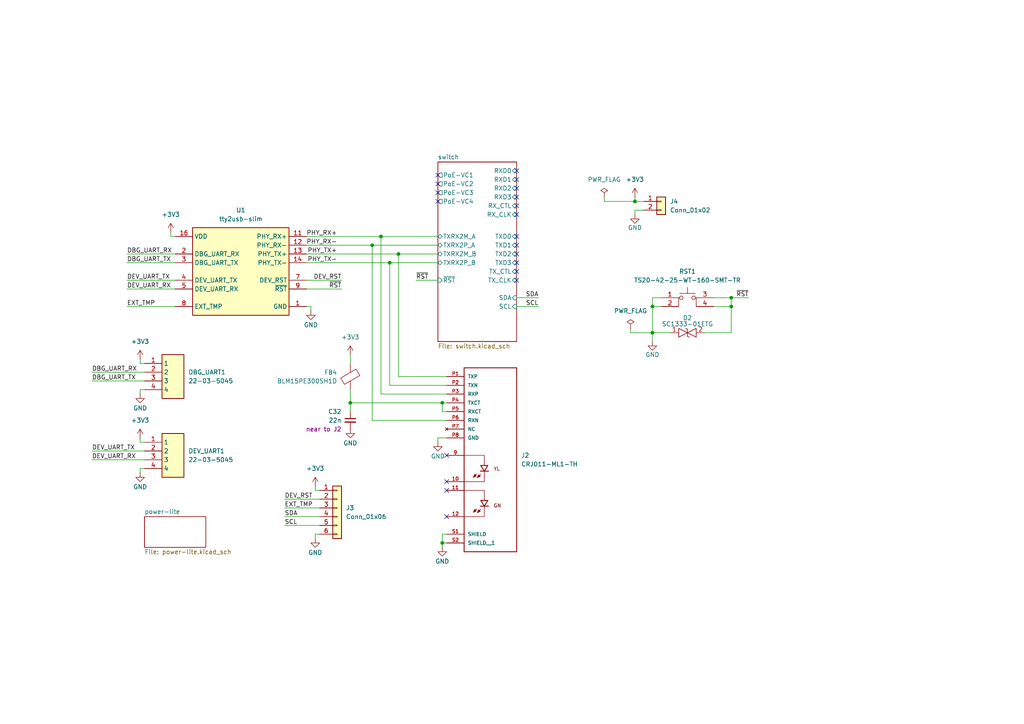
<source format=kicad_sch>
(kicad_sch (version 20231120) (generator "eeschema") (generator_version "8.0")
  (paper "A4")
  (lib_symbols
    (symbol "Connector_Generic:Conn_01x02" (pin_names (offset 1.016) hide)
      (property "Reference" "J" (at 0 2.54 0))
      (property "Value" "Conn_01x02" (at 0 -5.08 0))
      (symbol "Conn_01x02_1_1"
        (rectangle (start -1.27 -2.413) (end 0 -2.667) (stroke (width 0.1524)))
        (rectangle (start -1.27 0.127) (end 0 -0.127) (stroke (width 0.1524)))
        (rectangle (start -1.27 1.27) (end 1.27 -3.81) (stroke (width 0.254)) (fill (type background)))
        (pin passive line (at -5.08 0 0) (length 3.81) (name "Pin_1") (number "1"))
        (pin passive line (at -5.08 -2.54 0) (length 3.81) (name "Pin_2") (number "2"))
      )
    )
    (symbol "Connector_Generic:Conn_01x06" (pin_names (offset 1.016) hide)
      (property "Reference" "J" (at 0 7.62 0))
      (property "Value" "Conn_01x06" (at 0 -10.16 0))
      (symbol "Conn_01x06_1_1"
        (rectangle (start -1.27 -7.493) (end 0 -7.747) (stroke (width 0.1524)))
        (rectangle (start -1.27 -4.953) (end 0 -5.207) (stroke (width 0.1524)))
        (rectangle (start -1.27 -2.413) (end 0 -2.667) (stroke (width 0.1524)))
        (rectangle (start -1.27 0.127) (end 0 -0.127) (stroke (width 0.1524)))
        (rectangle (start -1.27 2.667) (end 0 2.413) (stroke (width 0.1524)))
        (rectangle (start -1.27 5.207) (end 0 4.953) (stroke (width 0.1524)))
        (rectangle (start -1.27 6.35) (end 1.27 -8.89) (stroke (width 0.254)) (fill (type background)))
        (pin passive line (at -5.08 5.08 0) (length 3.81) (name "Pin_1") (number "1"))
        (pin passive line (at -5.08 2.54 0) (length 3.81) (name "Pin_2") (number "2"))
        (pin passive line (at -5.08 0 0) (length 3.81) (name "Pin_3") (number "3"))
        (pin passive line (at -5.08 -2.54 0) (length 3.81) (name "Pin_4") (number "4"))
        (pin passive line (at -5.08 -5.08 0) (length 3.81) (name "Pin_5") (number "5"))
        (pin passive line (at -5.08 -7.62 0) (length 3.81) (name "Pin_6") (number "6"))
      )
    )
    (symbol "Device:C_Small" (pin_numbers hide) (pin_names (offset 0.254) hide)
      (property "Reference" "C" (at 0.254 1.778 0))
      (property "Value" "C_Small" (at 0.254 -2.032 0))
      (symbol "C_Small_0_1"
        (polyline (pts (xy -1.524 -0.508) (xy 1.524 -0.508)) (stroke (width 0.3302)))
        (polyline (pts (xy -1.524 0.508) (xy 1.524 0.508)) (stroke (width 0.3048)))
      )
      (symbol "C_Small_1_1"
        (pin passive line (at 0 2.54 270) (length 2.032) (name "~") (number "1"))
        (pin passive line (at 0 -2.54 90) (length 2.032) (name "~") (number "2"))
      )
    )
    (symbol "Device:FerriteBead" (pin_numbers hide) (pin_names (offset 0))
      (property "Reference" "FB" (at -3.81 0.635 90))
      (property "Value" "FerriteBead" (at 3.81 0 90))
      (symbol "FerriteBead_0_1"
        (polyline (pts (xy 0 -1.27) (xy 0 -1.2192)))
        (polyline (pts (xy 0 1.27) (xy 0 1.2954)))
        (polyline (pts (xy -2.7686 0.4064) (xy -1.7018 2.2606) (xy 2.7686 -0.3048) (xy 1.6764 -2.159) (xy -2.7686 0.4064)))
      )
      (symbol "FerriteBead_1_1"
        (pin passive line (at 0 3.81 270) (length 2.54) (name "~") (number "1"))
        (pin passive line (at 0 -3.81 90) (length 2.54) (name "~") (number "2"))
      )
    )
    (symbol "extras:22-03-5045"
      (property "Reference" "J" (at 5.08 7.62 0))
      (property "Value" "22-03-5045" (at 5.08 5.08 0))
      (symbol "22-03-5045_1_1"
        (rectangle (start 5.08 2.54) (end 11.43 -10.16) (stroke (width 0.254)) (fill (type background)))
        (pin passive line (at 0 0 0) (length 5.08) (name "1") (number "1"))
        (pin passive line (at 0 -2.54 0) (length 5.08) (name "2") (number "2"))
        (pin passive line (at 0 -5.08 0) (length 5.08) (name "3") (number "3"))
        (pin passive line (at 0 -7.62 0) (length 5.08) (name "4") (number "4"))
      )
    )
    (symbol "extras:CRJ011-ML1-TH" (pin_names (offset 1.016))
      (property "Reference" "J" (at 5.08 3.302 0))
      (property "Value" "CRJ011-ML1-TH" (at 5.08 -51.562 0))
      (symbol "CRJ011-ML1-TH_0_0"
        (polyline (pts (xy 5.08 -50.8) (xy 20.32 -50.8)) (stroke (width 0.254)))
        (polyline (pts (xy 5.08 -43.18) (xy 5.08 -50.8)) (stroke (width 0.254)))
        (polyline (pts (xy 5.08 -35.56) (xy 5.08 -43.18)) (stroke (width 0.254)))
        (polyline (pts (xy 5.08 -33.02) (xy 5.08 -35.56)) (stroke (width 0.254)))
        (polyline (pts (xy 5.08 -22.86) (xy 5.08 -33.02)) (stroke (width 0.254)))
        (polyline (pts (xy 5.08 2.54) (xy 5.08 -22.86)) (stroke (width 0.254)))
        (polyline (pts (xy 8.763 -38.354) (xy 7.747 -39.37)) (stroke (width 0.1524)))
        (polyline (pts (xy 8.763 -28.194) (xy 7.747 -29.21)) (stroke (width 0.1524)))
        (polyline (pts (xy 9.779 -37.592) (xy 10.922 -37.592)) (stroke (width 0.254)))
        (polyline (pts (xy 9.779 -27.432) (xy 10.922 -27.432)) (stroke (width 0.254)))
        (polyline (pts (xy 9.906 -38.481) (xy 8.89 -39.497)) (stroke (width 0.1524)))
        (polyline (pts (xy 9.906 -35.941) (xy 10.922 -37.592)) (stroke (width 0.254)))
        (polyline (pts (xy 9.906 -35.941) (xy 11.938 -35.941)) (stroke (width 0.254)))
        (polyline (pts (xy 9.906 -28.321) (xy 8.89 -29.337)) (stroke (width 0.1524)))
        (polyline (pts (xy 9.906 -25.781) (xy 10.922 -27.432)) (stroke (width 0.254)))
        (polyline (pts (xy 9.906 -25.781) (xy 11.938 -25.781)) (stroke (width 0.254)))
        (polyline (pts (xy 10.922 -40.64) (xy 5.08 -40.64)) (stroke (width 0.1524)))
        (polyline (pts (xy 10.922 -37.719) (xy 10.922 -40.64)) (stroke (width 0.1524)))
        (polyline (pts (xy 10.922 -37.592) (xy 11.938 -35.941)) (stroke (width 0.254)))
        (polyline (pts (xy 10.922 -37.592) (xy 12.192 -37.592)) (stroke (width 0.254)))
        (polyline (pts (xy 10.922 -33.02) (xy 5.08 -33.02)) (stroke (width 0.1524)))
        (polyline (pts (xy 10.922 -33.02) (xy 10.922 -35.814)) (stroke (width 0.1524)))
        (polyline (pts (xy 10.922 -30.48) (xy 5.08 -30.48)) (stroke (width 0.1524)))
        (polyline (pts (xy 10.922 -27.559) (xy 10.922 -30.48)) (stroke (width 0.1524)))
        (polyline (pts (xy 10.922 -27.432) (xy 11.938 -25.781)) (stroke (width 0.254)))
        (polyline (pts (xy 10.922 -27.432) (xy 12.192 -27.432)) (stroke (width 0.254)))
        (polyline (pts (xy 10.922 -22.86) (xy 5.08 -22.86)) (stroke (width 0.1524)))
        (polyline (pts (xy 10.922 -22.86) (xy 10.922 -25.654)) (stroke (width 0.1524)))
        (polyline (pts (xy 20.32 -50.8) (xy 20.32 2.54)) (stroke (width 0.254)))
        (polyline (pts (xy 20.32 2.54) (xy 5.08 2.54)) (stroke (width 0.254)))
        (polyline (pts (xy 7.747 -39.37) (xy 8.636 -38.989) (xy 8.128 -38.481) (xy 7.747 -39.37)) (stroke (width 0.1524)) (fill (type outline)))
        (polyline (pts (xy 7.747 -29.21) (xy 8.636 -28.829) (xy 8.128 -28.321) (xy 7.747 -29.21)) (stroke (width 0.1524)) (fill (type outline)))
        (polyline (pts (xy 8.89 -39.497) (xy 9.779 -39.116) (xy 9.271 -38.608) (xy 8.89 -39.497)) (stroke (width 0.1524)) (fill (type outline)))
        (polyline (pts (xy 8.89 -29.337) (xy 9.779 -28.956) (xy 9.271 -28.448) (xy 8.89 -29.337)) (stroke (width 0.1524)) (fill (type outline)))
        (text "GN" (at 13.589 -36.83 0) (effects (font (size 1.016 1.016)) (justify left top)))
        (text "YL" (at 13.589 -26.162 0) (effects (font (size 1.016 1.016)) (justify left top)))
        (pin passive line (at 0 -30.48 0) (length 5.08) (name "~") (number "10"))
        (pin passive line (at 0 -33.02 0) (length 5.08) (name "~") (number "11"))
        (pin passive line (at 0 -40.64 0) (length 5.08) (name "~") (number "12"))
        (pin passive line (at 0 -22.86 0) (length 5.08) (name "~") (number "9"))
        (pin passive line (at 0 -45.72 0) (length 5.08) (name "SHIELD") (number "S1"))
        (pin passive line (at 0 -48.26 0) (length 5.08) (name "SHIELD__1") (number "S2"))
      )
      (symbol "CRJ011-ML1-TH_1_0"
        (pin passive line (at 0 0 0) (length 5.08) (name "TXP") (number "P1"))
        (pin passive line (at 0 -2.54 0) (length 5.08) (name "TXN") (number "P2"))
        (pin passive line (at 0 -5.08 0) (length 5.08) (name "RXP") (number "P3"))
        (pin passive line (at 0 -7.62 0) (length 5.08) (name "TXCT") (number "P4"))
        (pin passive line (at 0 -10.16 0) (length 5.08) (name "RXCT") (number "P5"))
        (pin passive line (at 0 -12.7 0) (length 5.08) (name "RXN") (number "P6"))
        (pin no_connect line (at 0 -15.24 0) (length 5.08) (name "NC") (number "P7"))
        (pin passive line (at 0 -17.78 0) (length 5.08) (name "GND") (number "P8"))
      )
    )
    (symbol "extras:SC1333-01ETG" (pin_names hide)
      (property "Reference" "D" (at 0 5.08 0))
      (property "Value" "SC1333-01ETG" (at 0 2.54 0))
      (symbol "SC1333-01ETG_1_1"
        (polyline (pts (xy -2.54 -1.27) (xy -2.54 1.27)) (stroke (width 0.1778)))
        (polyline (pts (xy -2.54 -1.27) (xy 0 0)) (stroke (width 0.1778)))
        (polyline (pts (xy 0 -1.016) (xy 0 1.016)) (stroke (width 0.1778)))
        (polyline (pts (xy 0 -1.016) (xy 0.508 -1.27)) (stroke (width 0.1778)))
        (polyline (pts (xy 0 0) (xy -2.54 1.27)) (stroke (width 0.1778)))
        (polyline (pts (xy 0 0) (xy 2.54 1.27)) (stroke (width 0.1778)))
        (polyline (pts (xy 0 1.016) (xy -0.508 1.27)) (stroke (width 0.1778)))
        (polyline (pts (xy 2.54 -1.27) (xy 0 0)) (stroke (width 0.1778)))
        (polyline (pts (xy 2.54 -1.27) (xy 2.54 1.27)) (stroke (width 0.1778)))
        (pin passive line (at -5.08 0 0) (length 2.54) (name "1") (number "1"))
        (pin passive line (at 5.08 0 180) (length 2.54) (name "2") (number "2"))
      )
    )
    (symbol "extras:TS20-42-25-WT-160-SMT-TR"
      (property "Reference" "S" (at -7.874 8.89 0))
      (property "Value" "TS20-42-25-WT-160-SMT-TR" (at -7.874 6.604 0))
      (symbol "TS20-42-25-WT-160-SMT-TR_0_1"
        (polyline (pts (xy 5.334 2.54) (xy 9.906 2.54)))
        (polyline (pts (xy 7.62 2.54) (xy 7.62 4.318)))
        (polyline (pts (xy 5.08 -1.27) (xy 5.08 1.27) (xy 5.334 1.27)))
        (polyline (pts (xy 10.16 -1.27) (xy 10.16 1.27) (xy 9.906 1.27)))
        (circle (center 5.842 1.27) (radius 0.508))
        (circle (center 9.398 1.27) (radius 0.508))
      )
      (symbol "TS20-42-25-WT-160-SMT-TR_1_1"
        (pin passive line (at 0 1.27 0) (length 5.08) (name "NO_1") (number "1"))
        (pin passive line (at 0 -1.27 0) (length 5.08) (name "NO_2") (number "2"))
        (pin passive line (at 15.24 1.27 180) (length 5.08) (name "COM_1") (number "3"))
        (pin passive line (at 15.24 -1.27 180) (length 5.08) (name "COM_2") (number "4"))
      )
    )
    (symbol "extras:tty2eth-slim"
      (property "Reference" "U" (at 5.08 3.81 0))
      (property "Value" "tty2usb-slim" (at 33.02 3.81 0))
      (symbol "tty2eth-slim_1_0"
        (pin power_in line (at 38.1 -20.32 180) (length 5.08) hide (name "GND") (number "10"))
        (pin output line (at 38.1 0 180) (length 5.08) (name "PHY_RX+") (number "11"))
        (pin output line (at 38.1 -2.54 180) (length 5.08) (name "PHY_RX-") (number "12"))
        (pin output line (at 38.1 -5.08 180) (length 5.08) (name "PHY_TX+") (number "13"))
        (pin output line (at 38.1 -7.62 180) (length 5.08) (name "PHY_TX-") (number "14"))
        (pin power_in line (at 38.1 -20.32 180) (length 5.08) hide (name "GND") (number "15"))
        (pin power_in line (at 0 0 0) (length 5.08) (name "VDD") (number "16"))
        (pin power_in line (at 0 0 0) (length 5.08) hide (name "VCC") (number "17"))
        (pin input line (at 0 -5.08 0) (length 5.08) (name "DBG_UART_RX") (number "2"))
        (pin output line (at 0 -7.62 0) (length 5.08) (name "DBG_UART_TX") (number "3"))
        (pin output line (at 0 -12.7 0) (length 5.08) (name "DEV_UART_TX") (number "4"))
        (pin input line (at 0 -15.24 0) (length 5.08) (name "DEV_UART_RX") (number "5"))
        (pin power_in line (at 38.1 -20.32 180) (length 5.08) hide (name "GND") (number "6"))
        (pin output line (at 38.1 -12.7 180) (length 5.08) (name "DEV_RST") (number "7"))
        (pin input line (at 0 -20.32 0) (length 5.08) (name "EXT_TMP") (number "8"))
        (pin input line (at 38.1 -15.24 180) (length 5.08) (name "~{RST}") (number "9"))
      )
      (symbol "tty2eth-slim_1_1"
        (rectangle (start 5.08 2.54) (end 33.02 -22.86) (stroke (width 0.254)) (fill (type background)))
        (pin power_in line (at 38.1 -20.32 180) (length 5.08) (name "GND") (number "1"))
      )
    )
    (symbol "power:+3V3" (power) (pin_numbers hide) (pin_names (offset 0) hide)
      (property "Value" "+3V3" (at 0 3.556 0))
      (symbol "+3V3_0_1"
        (polyline (pts (xy -0.762 1.27) (xy 0 2.54)))
        (polyline (pts (xy 0 0) (xy 0 2.54)))
        (polyline (pts (xy 0 2.54) (xy 0.762 1.27)))
      )
      (symbol "+3V3_1_1"
        (pin power_in line (at 0 0 90) (length 0) (name "~") (number "1"))
      )
    )
    (symbol "power:GND" (power) (pin_numbers hide) (pin_names (offset 0) hide)
      (property "Value" "GND" (at 0 -3.81 0))
      (symbol "GND_0_1"
        (polyline (pts (xy 0 0) (xy 0 -1.27) (xy 1.27 -1.27) (xy 0 -2.54) (xy -1.27 -1.27) (xy 0 -1.27)))
      )
      (symbol "GND_1_1"
        (pin power_in line (at 0 0 270) (length 0) (name "~") (number "1"))
      )
    )
    (symbol "power:PWR_FLAG" (power) (pin_numbers hide) (pin_names (offset 0) hide)
      (property "Value" "PWR_FLAG" (at 0 3.81 0))
      (symbol "PWR_FLAG_0_0"
        (pin power_out line (at 0 0 90) (length 0) (name "~") (number "1"))
      )
      (symbol "PWR_FLAG_0_1"
        (polyline (pts (xy 0 0) (xy 0 1.27) (xy -1.016 1.905) (xy 0 2.54) (xy 1.016 1.905) (xy 0 1.27)))
      )
    )
  )
  (junction (at 189.23 96.52))
  (junction (at 110.49 68.58))
  (junction (at 128.27 116.84))
  (junction (at 184.15 58.42))
  (junction (at 128.27 157.48))
  (junction (at 101.6 116.84))
  (junction (at 189.23 88.9))
  (junction (at 115.57 73.66))
  (junction (at 113.03 76.2))
  (junction (at 212.09 88.9))
  (junction (at 107.95 71.12))
  (junction (at 212.09 86.36))
  (no_connect (at 149.86 73.66))
  (no_connect (at 149.86 54.61))
  (no_connect (at 129.54 132.08))
  (no_connect (at 149.86 71.12))
  (no_connect (at 149.86 52.07))
  (no_connect (at 149.86 62.23))
  (no_connect (at 149.86 68.58))
  (no_connect (at 149.86 49.53))
  (no_connect (at 149.86 59.69))
  (no_connect (at 127 50.8))
  (no_connect (at 127 53.34))
  (no_connect (at 149.86 57.15))
  (no_connect (at 129.54 142.24))
  (no_connect (at 129.54 149.86))
  (no_connect (at 149.86 76.2))
  (no_connect (at 127 58.42))
  (no_connect (at 127 55.88))
  (no_connect (at 149.86 78.74))
  (no_connect (at 129.54 139.7))
  (no_connect (at 149.86 81.28))
  (wire (pts (xy 40.64 127) (xy 40.64 128.27)))
  (wire (pts (xy 88.9 88.9) (xy 90.17 88.9)))
  (wire (pts (xy 128.27 116.84) (xy 101.6 116.84)))
  (wire (pts (xy 186.69 58.42) (xy 184.15 58.42)))
  (wire (pts (xy 156.21 86.36) (xy 149.86 86.36)))
  (wire (pts (xy 82.55 147.32) (xy 92.71 147.32)))
  (wire (pts (xy 49.53 68.58) (xy 49.53 67.31)))
  (wire (pts (xy 92.71 142.24) (xy 91.44 142.24)))
  (wire (pts (xy 204.47 96.52) (xy 212.09 96.52)))
  (wire (pts (xy 189.23 96.52) (xy 194.31 96.52)))
  (wire (pts (xy 184.15 60.96) (xy 186.69 60.96)))
  (wire (pts (xy 127 128.27) (xy 127 127)))
  (wire (pts (xy 129.54 119.38) (xy 128.27 119.38)))
  (wire (pts (xy 36.83 83.82) (xy 50.8 83.82)))
  (wire (pts (xy 41.91 105.41) (xy 40.64 105.41)))
  (wire (pts (xy 91.44 154.94) (xy 91.44 156.21)))
  (wire (pts (xy 212.09 86.36) (xy 217.17 86.36)))
  (wire (pts (xy 175.26 58.42) (xy 184.15 58.42)))
  (wire (pts (xy 40.64 105.41) (xy 40.64 104.14)))
  (wire (pts (xy 36.83 88.9) (xy 50.8 88.9)))
  (wire (pts (xy 184.15 60.96) (xy 184.15 62.23)))
  (wire (pts (xy 129.54 109.22) (xy 115.57 109.22)))
  (wire (pts (xy 129.54 121.92) (xy 107.95 121.92)))
  (wire (pts (xy 113.03 111.76) (xy 113.03 76.2)))
  (wire (pts (xy 40.64 135.89) (xy 40.64 137.16)))
  (wire (pts (xy 175.26 57.15) (xy 175.26 58.42)))
  (wire (pts (xy 113.03 76.2) (xy 127 76.2)))
  (wire (pts (xy 129.54 154.94) (xy 128.27 154.94)))
  (wire (pts (xy 110.49 68.58) (xy 127 68.58)))
  (wire (pts (xy 207.01 86.36) (xy 212.09 86.36)))
  (wire (pts (xy 82.55 149.86) (xy 92.71 149.86)))
  (wire (pts (xy 50.8 68.58) (xy 49.53 68.58)))
  (wire (pts (xy 182.88 96.52) (xy 189.23 96.52)))
  (wire (pts (xy 101.6 116.84) (xy 101.6 119.38)))
  (wire (pts (xy 36.83 73.66) (xy 50.8 73.66)))
  (wire (pts (xy 99.06 83.82) (xy 88.9 83.82)))
  (wire (pts (xy 101.6 116.84) (xy 101.6 113.03)))
  (wire (pts (xy 207.01 88.9) (xy 212.09 88.9)))
  (wire (pts (xy 82.55 144.78) (xy 92.71 144.78)))
  (wire (pts (xy 36.83 81.28) (xy 50.8 81.28)))
  (wire (pts (xy 36.83 76.2) (xy 50.8 76.2)))
  (wire (pts (xy 212.09 96.52) (xy 212.09 88.9)))
  (wire (pts (xy 115.57 109.22) (xy 115.57 73.66)))
  (wire (pts (xy 129.54 157.48) (xy 128.27 157.48)))
  (wire (pts (xy 82.55 152.4) (xy 92.71 152.4)))
  (wire (pts (xy 189.23 88.9) (xy 189.23 96.52)))
  (wire (pts (xy 88.9 71.12) (xy 107.95 71.12)))
  (wire (pts (xy 212.09 86.36) (xy 212.09 88.9)))
  (wire (pts (xy 129.54 114.3) (xy 110.49 114.3)))
  (wire (pts (xy 92.71 154.94) (xy 91.44 154.94)))
  (wire (pts (xy 107.95 121.92) (xy 107.95 71.12)))
  (wire (pts (xy 41.91 113.03) (xy 40.64 113.03)))
  (wire (pts (xy 88.9 76.2) (xy 113.03 76.2)))
  (wire (pts (xy 88.9 68.58) (xy 110.49 68.58)))
  (wire (pts (xy 189.23 88.9) (xy 191.77 88.9)))
  (wire (pts (xy 99.06 81.28) (xy 88.9 81.28)))
  (wire (pts (xy 189.23 86.36) (xy 189.23 88.9)))
  (wire (pts (xy 128.27 157.48) (xy 128.27 158.75)))
  (wire (pts (xy 88.9 73.66) (xy 115.57 73.66)))
  (wire (pts (xy 26.67 107.95) (xy 41.91 107.95)))
  (wire (pts (xy 129.54 116.84) (xy 128.27 116.84)))
  (wire (pts (xy 110.49 68.58) (xy 110.49 114.3)))
  (wire (pts (xy 128.27 154.94) (xy 128.27 157.48)))
  (wire (pts (xy 128.27 116.84) (xy 128.27 119.38)))
  (wire (pts (xy 129.54 111.76) (xy 113.03 111.76)))
  (wire (pts (xy 91.44 142.24) (xy 91.44 140.97)))
  (wire (pts (xy 26.67 110.49) (xy 41.91 110.49)))
  (wire (pts (xy 101.6 102.87) (xy 101.6 105.41)))
  (wire (pts (xy 26.67 130.81) (xy 41.91 130.81)))
  (wire (pts (xy 127 127) (xy 129.54 127)))
  (wire (pts (xy 115.57 73.66) (xy 127 73.66)))
  (wire (pts (xy 107.95 71.12) (xy 127 71.12)))
  (wire (pts (xy 191.77 86.36) (xy 189.23 86.36)))
  (wire (pts (xy 40.64 113.03) (xy 40.64 114.3)))
  (wire (pts (xy 40.64 128.27) (xy 41.91 128.27)))
  (wire (pts (xy 26.67 133.35) (xy 41.91 133.35)))
  (wire (pts (xy 120.65 81.28) (xy 127 81.28)))
  (wire (pts (xy 41.91 135.89) (xy 40.64 135.89)))
  (wire (pts (xy 184.15 57.15) (xy 184.15 58.42)))
  (wire (pts (xy 156.21 88.9) (xy 149.86 88.9)))
  (wire (pts (xy 90.17 88.9) (xy 90.17 90.17)))
  (wire (pts (xy 189.23 96.52) (xy 189.23 99.06)))
  (wire (pts (xy 182.88 95.25) (xy 182.88 96.52)))
  (label "DEV_UART_TX" (at 36.83 81.28 0))
  (label "DEV_RST" (at 82.55 144.78 0))
  (label "EXT_TMP" (at 36.83 88.9 0))
  (label "DEV_UART_RX" (at 36.83 83.82 0))
  (label "PHY_RX-" (at 97.79 71.12 180))
  (label "EXT_TMP" (at 82.55 147.32 0))
  (label "~{RST}" (at 99.06 83.82 180))
  (label "PHY_TX-" (at 97.79 76.2 180))
  (label "SCL" (at 82.55 152.4 0))
  (label "PHY_TX+" (at 97.79 73.66 180))
  (label "DBG_UART_TX" (at 26.67 110.49 0))
  (label "DEV_UART_TX" (at 26.67 130.81 0))
  (label "DBG_UART_TX" (at 36.83 76.2 0))
  (label "DEV_RST" (at 99.06 81.28 180))
  (label "PHY_RX+" (at 97.79 68.58 180))
  (label "~{RST}" (at 217.17 86.36 180))
  (label "DEV_UART_RX" (at 26.67 133.35 0))
  (label "DBG_UART_RX" (at 26.67 107.95 0))
  (label "SCL" (at 156.21 88.9 180))
  (label "DBG_UART_RX" (at 36.83 73.66 0))
  (label "SDA" (at 156.21 86.36 180))
  (label "SDA" (at 82.55 149.86 0))
  (label "~{RST}" (at 120.65 81.28 0))
  (symbol (lib_id "extras:tty2eth-slim") (at 50.8 68.58 0) (unit 1)
    (property "Reference" "U1" (at 69.85 60.96 0))
    (property "Value" "tty2usb-slim" (at 69.85 63.5 0))
    (property "Footprint" "extras:tty2eth-slim" (effects (hide yes)))
    (property "Mouser Part Number" "-" (effects (hide yes)))
  )
  (symbol (lib_id "power:GND") (at 101.6 124.46 0) (unit 1)
    (property "Reference" "#PWR032" (effects (hide yes)))
    (property "Value" "GND" (at 101.6 128.524 0))
    (property "Description" "Power symbol creates a global label with name \"GND\" , ground" (effects (hide yes)))
  )
  (symbol (lib_id "power:PWR_FLAG") (at 175.26 57.15 0) (unit 1)
    (property "Reference" "#FLG03" (effects (hide yes)))
    (property "Value" "PWR_FLAG" (at 175.26 52.07 0))
    (property "Description" "Special symbol for telling ERC where power comes from" (effects (hide yes)))
  )
  (symbol (lib_id "power:PWR_FLAG") (at 182.88 95.25 0) (unit 1)
    (property "Reference" "#FLG02" (effects (hide yes)))
    (property "Value" "PWR_FLAG" (at 182.88 90.17 0))
    (property "Description" "Special symbol for telling ERC where power comes from" (effects (hide yes)))
  )
  (symbol (lib_id "power:+3V3") (at 40.64 104.14 0) (unit 1)
    (property "Reference" "#PWR036" (effects (hide yes)))
    (property "Value" "+3V3" (at 40.64 99.06 0))
    (property "Description" "Power symbol creates a global label with name \"+3V3\"" (effects (hide yes)))
  )
  (symbol (lib_id "extras:CRJ011-ML1-TH") (at 129.54 109.22 0) (unit 1)
    (property "Reference" "J2" (at 151.13 132.0799 0) (effects (justify left)))
    (property "Value" "CRJ011-ML1-TH" (at 151.13 134.6199 0) (effects (justify left)))
    (property "Footprint" "extras:CUI_CRJ011-ML1-TH" (effects (hide yes)))
    (property "Datasheet" "https://www.cuidevices.com/product/resource/crj011-ml1-th.pdf" (effects (hide yes)))
    (property "PARTREV" "1.0" (effects (hide yes)))
    (property "STANDARD" "Manufacturer Recommendations" (effects (hide yes)))
    (property "MAXIMUM_PACKAGE_HEIGHT" "13.6 mm" (effects (hide yes)))
    (property "MANUFACTURER" "CUI Devices" (effects (hide yes)))
    (property "Mouser Part Number" " 490-CRJ011-ML1-TH" (effects (hide yes)))
  )
  (symbol (lib_id "Device:FerriteBead") (at 101.6 109.22 0) (mirror x) (unit 1)
    (property "Reference" "FB4" (at 97.79 108.0007 0) (effects (justify right)))
    (property "Value" "BLM15PE300SH1D" (at 97.79 110.5407 0) (effects (justify right)))
    (property "Footprint" "Inductor_SMD:L_0402_1005Metric_Pad0.77x0.64mm_HandSolder" (effects (hide yes)))
    (property "Description" "Ferrite bead" (effects (hide yes)))
    (property "Mouser Part Number" "81-BLM15PE300SH1D" (effects (hide yes)))
  )
  (symbol (lib_id "Connector_Generic:Conn_01x06") (at 97.79 147.32 0) (unit 1)
    (property "Reference" "J3" (at 100.33 147.3199 0) (effects (justify left)))
    (property "Value" "Conn_01x06" (at 100.33 149.8599 0) (effects (justify left)))
    (property "Footprint" "Connector_PinHeader_2.54mm:PinHeader_1x06_P2.54mm_Vertical" (effects (hide yes)))
    (property "Description" "Generic connector, single row, 01x06, script generated (kicad-library-utils/schlib/autogen/connector/)" (effects (hide yes)))
  )
  (symbol (lib_id "Connector_Generic:Conn_01x02") (at 191.77 58.42 0) (unit 1)
    (property "Reference" "J4" (at 194.31 58.4199 0) (effects (justify left)))
    (property "Value" "Conn_01x02" (at 194.31 60.9599 0) (effects (justify left)))
    (property "Footprint" "Connector_PinHeader_2.54mm:PinHeader_1x02_P2.54mm_Vertical" (effects (hide yes)))
    (property "Description" "Generic connector, single row, 01x02, script generated (kicad-library-utils/schlib/autogen/connector/)" (effects (hide yes)))
  )
  (symbol (lib_id "power:+3V3") (at 49.53 67.31 0) (unit 1)
    (property "Reference" "#PWR034" (effects (hide yes)))
    (property "Value" "+3V3" (at 49.53 62.23 0))
    (property "Description" "Power symbol creates a global label with name \"+3V3\"" (effects (hide yes)))
  )
  (symbol (lib_id "power:GND") (at 184.15 62.23 0) (unit 1)
    (property "Reference" "#PWR042" (effects (hide yes)))
    (property "Value" "GND" (at 184.15 66.04 0))
    (property "Description" "Power symbol creates a global label with name \"GND\" , ground" (effects (hide yes)))
  )
  (symbol (lib_id "power:GND") (at 189.23 99.06 0) (unit 1)
    (property "Reference" "#PWR035" (effects (hide yes)))
    (property "Value" "GND" (at 189.23 102.87 0))
    (property "Description" "Power symbol creates a global label with name \"GND\" , ground" (effects (hide yes)))
  )
  (symbol (lib_id "power:GND") (at 91.44 156.21 0) (unit 1)
    (property "Reference" "#PWR040" (effects (hide yes)))
    (property "Value" "GND" (at 91.44 160.274 0))
    (property "Description" "Power symbol creates a global label with name \"GND\" , ground" (effects (hide yes)))
  )
  (symbol (lib_id "power:+3V3") (at 40.64 127 0) (unit 1)
    (property "Reference" "#PWR037" (effects (hide yes)))
    (property "Value" "+3V3" (at 40.64 121.92 0))
    (property "Description" "Power symbol creates a global label with name \"+3V3\"" (effects (hide yes)))
  )
  (symbol (lib_id "Device:C_Small") (at 101.6 121.92 0) (mirror y) (unit 1)
    (property "Reference" "C32" (at 99.06 119.3862 0) (effects (justify left)))
    (property "Value" "22n" (at 99.06 121.9262 0) (effects (justify left)))
    (property "Footprint" "Capacitor_SMD:C_0402_1005Metric_Pad0.74x0.62mm_HandSolder" (effects (hide yes)))
    (property "Description" "Unpolarized capacitor, small symbol" (effects (hide yes)))
    (property "note" "near to J2" (at 99.06 124.4662 0) (effects (justify left)))
    (property "Mouser Part Number" "187-CL05B223KB5VPNC" (effects (hide yes)))
  )
  (symbol (lib_id "power:GND") (at 127 128.27 0) (unit 1)
    (property "Reference" "#PWR031" (effects (hide yes)))
    (property "Value" "GND" (at 127 132.334 0))
    (property "Description" "Power symbol creates a global label with name \"GND\" , ground" (effects (hide yes)))
  )
  (symbol (lib_id "power:GND") (at 128.27 158.75 0) (unit 1)
    (property "Reference" "#PWR029" (effects (hide yes)))
    (property "Value" "GND" (at 128.27 162.814 0))
    (property "Description" "Power symbol creates a global label with name \"GND\" , ground" (effects (hide yes)))
  )
  (symbol (lib_id "power:GND") (at 40.64 114.3 0) (unit 1)
    (property "Reference" "#PWR039" (effects (hide yes)))
    (property "Value" "GND" (at 40.64 118.364 0))
    (property "Description" "Power symbol creates a global label with name \"GND\" , ground" (effects (hide yes)))
  )
  (symbol (lib_id "power:+3V3") (at 91.44 140.97 0) (unit 1)
    (property "Reference" "#PWR041" (effects (hide yes)))
    (property "Value" "+3V3" (at 91.44 135.89 0))
    (property "Description" "Power symbol creates a global label with name \"+3V3\"" (effects (hide yes)))
  )
  (symbol (lib_id "power:GND") (at 90.17 90.17 0) (unit 1)
    (property "Reference" "#PWR030" (effects (hide yes)))
    (property "Value" "GND" (at 90.17 94.234 0))
    (property "Description" "Power symbol creates a global label with name \"GND\" , ground" (effects (hide yes)))
  )
  (symbol (lib_id "power:GND") (at 40.64 137.16 0) (unit 1)
    (property "Reference" "#PWR038" (effects (hide yes)))
    (property "Value" "GND" (at 40.64 141.224 0))
    (property "Description" "Power symbol creates a global label with name \"GND\" , ground" (effects (hide yes)))
  )
  (symbol (lib_id "extras:22-03-5045") (at 41.91 105.41 0) (unit 1)
    (property "Reference" "DBG_UART1" (at 54.61 107.9499 0) (effects (justify left)))
    (property "Value" "22-03-5045" (at 54.61 110.4899 0) (effects (justify left)))
    (property "Footprint" "extras:SHDR4W70P0X250_1X4_1240X490X610P" (effects (hide yes)))
    (property "Datasheet" "https://componentsearchengine.com/Datasheets/2/22-03-5045.pdf" (effects (hide yes)))
    (property "Description" "Molex SPOX Series, Series Number 5267, 2.5mm Pitch 4 Way 1 Row Straight PCB Header, Solder Termination, 3A" (effects (hide yes)))
    (property "Height" "6.1" (effects (hide yes)))
    (property "Mouser Part Number" "538-22-03-5045" (effects (hide yes)))
    (property "Mouser Price/Stock" "https://www.mouser.co.uk/ProductDetail/Molex/22-03-5045?qs=ZDXmSm13592ymm0ujoo9aQ%3D%3D" (effects (hide yes)))
    (property "Manufacturer_Name" "Molex" (effects (hide yes)))
    (property "Manufacturer_Part_Number" "22-03-5045" (effects (hide yes)))
  )
  (symbol (lib_id "extras:22-03-5045") (at 41.91 128.27 0) (unit 1)
    (property "Reference" "DEV_UART1" (at 54.61 130.8099 0) (effects (justify left)))
    (property "Value" "22-03-5045" (at 54.61 133.3499 0) (effects (justify left)))
    (property "Footprint" "extras:SHDR4W70P0X250_1X4_1240X490X610P" (effects (hide yes)))
    (property "Datasheet" "https://componentsearchengine.com/Datasheets/2/22-03-5045.pdf" (effects (hide yes)))
    (property "Description" "Molex SPOX Series, Series Number 5267, 2.5mm Pitch 4 Way 1 Row Straight PCB Header, Solder Termination, 3A" (effects (hide yes)))
    (property "Height" "6.1" (effects (hide yes)))
    (property "Mouser Part Number" "538-22-03-5045" (effects (hide yes)))
    (property "Mouser Price/Stock" "https://www.mouser.co.uk/ProductDetail/Molex/22-03-5045?qs=ZDXmSm13592ymm0ujoo9aQ%3D%3D" (effects (hide yes)))
    (property "Manufacturer_Name" "Molex" (effects (hide yes)))
    (property "Manufacturer_Part_Number" "22-03-5045" (effects (hide yes)))
  )
  (symbol (lib_id "power:+3V3") (at 184.15 57.15 0) (unit 1)
    (property "Reference" "#PWR043" (effects (hide yes)))
    (property "Value" "+3V3" (at 184.15 52.07 0))
    (property "Description" "Power symbol creates a global label with name \"+3V3\"" (effects (hide yes)))
  )
  (symbol (lib_id "extras:SC1333-01ETG") (at 199.39 96.52 0) (unit 1)
    (property "Reference" "D2" (at 199.39 92.202 0))
    (property "Value" "SC1333-01ETG" (at 199.39 93.98 0))
    (property "Footprint" "extras:SC133301ETG" (effects (hide yes)))
    (property "Datasheet" "https://m.littelfuse.com/~/media/electronics/datasheets/tvs_diode_arrays/littelfuse_tvs_diode_array_sc1333-01etg_datasheet.pdf.pdf" (effects (hide yes)))
    (property "Description" "ESD Suppressors / TVS Diodes 3.3V 5A 30kV SOD882 Uni-dir TVS" (effects (hide yes)))
    (property "Height" "0.55" (effects (hide yes)))
    (property "Mouser Part Number" "576-SC1333-01ETG" (effects (hide yes)))
    (property "Mouser Price/Stock" "https://www.mouser.co.uk/ProductDetail/Littelfuse/SC1333-01ETG?qs=zW32dvEIR3tQn4afIvY7kQ%3D%3D" (effects (hide yes)))
    (property "Manufacturer_Name" "LITTELFUSE" (effects (hide yes)))
    (property "Manufacturer_Part_Number" "SC1333-01ETG" (effects (hide yes)))
  )
  (symbol (lib_id "extras:TS20-42-25-WT-160-SMT-TR") (at 191.77 87.63 0) (unit 1)
    (property "Reference" "RST1" (at 199.39 78.74 0))
    (property "Value" "TS20-42-25-WT-160-SMT-TR" (at 199.39 81.28 0))
    (property "Footprint" "extras:TS204225WT160SMTTR" (effects (hide yes)))
    (property "Datasheet" "https://www.cuidevices.com/product/resource/ts20.pdf" (effects (hide yes)))
    (property "Description" "Tactile Switches 4.2 x 3.2 mm, 2.5 mm Actuator Height, 160 gf, White, Surface Mount, TR, SPST, Tactile Switch" (effects (hide yes)))
    (property "Height" "2.7" (effects (hide yes)))
    (property "Mouser Part Number" "179-TS204225WT160SMT" (effects (hide yes)))
    (property "Mouser Price/Stock" "https://www.mouser.co.uk/ProductDetail/CUI-Devices/TS20-42-25-WT-160-SMT-TR?qs=tlsG%2FOw5FFiXbig16X7ymQ%3D%3D" (effects (hide yes)))
    (property "Manufacturer_Name" "CUI Devices" (effects (hide yes)))
    (property "Manufacturer_Part_Number" "TS20-42-25-WT-160-SMT-TR" (effects (hide yes)))
  )
  (symbol (lib_id "power:+3V3") (at 101.6 102.87 0) (unit 1)
    (property "Reference" "#PWR033" (effects (hide yes)))
    (property "Value" "+3V3" (at 101.6 97.79 0))
    (property "Description" "Power symbol creates a global label with name \"+3V3\"" (effects (hide yes)))
  )
  (sheet (at 127 46.99) (size 22.86 52.07) (stroke (width 0.1524))
    (property "Sheetname" "switch" (at 127 46.2784 0) (effects (justify left bottom)))
    (property "Sheetfile" "switch.kicad_sch" (at 127 99.6446 0) (effects (justify left top)))
    (pin "PoE-VC2" output (at 127 53.34 180))
    (pin "PoE-VC3" output (at 127 55.88 180))
    (pin "PoE-VC4" output (at 127 58.42 180))
    (pin "PoE-VC1" output (at 127 50.8 180))
    (pin "RXD2" input (at 149.86 54.61 0))
    (pin "RXD3" input (at 149.86 57.15 0))
    (pin "RX_CTL" input (at 149.86 59.69 0))
    (pin "RXD1" input (at 149.86 52.07 0))
    (pin "RXD0" input (at 149.86 49.53 0))
    (pin "RX_CLK" input (at 149.86 62.23 0))
    (pin "TXD3" input (at 149.86 76.2 0))
    (pin "TXD0" input (at 149.86 68.58 0))
    (pin "TXD2" input (at 149.86 73.66 0))
    (pin "TX_CLK" input (at 149.86 81.28 0))
    (pin "TXD1" input (at 149.86 71.12 0))
    (pin "TX_CTL" input (at 149.86 78.74 0))
    (pin "SDA" input (at 149.86 86.36 0))
    (pin "SCL" input (at 149.86 88.9 0))
    (pin "TXRX2M_A" bidirectional (at 127 68.58 180))
    (pin "TXRX2P_A" bidirectional (at 127 71.12 180))
    (pin "TXRX2M_B" bidirectional (at 127 73.66 180))
    (pin "TXRX2P_B" bidirectional (at 127 76.2 180))
    (pin "~{RST}" input (at 127 81.28 180))
  )
  (sheet (at 41.91 149.86) (size 17.78 8.89) (stroke (width 0.1524))
    (property "Sheetname" "power-lite" (at 41.91 149.1484 0) (effects (justify left bottom)))
    (property "Sheetfile" "power-lite.kicad_sch" (at 41.91 159.3346 0) (effects (justify left top)))
  )
)
</source>
